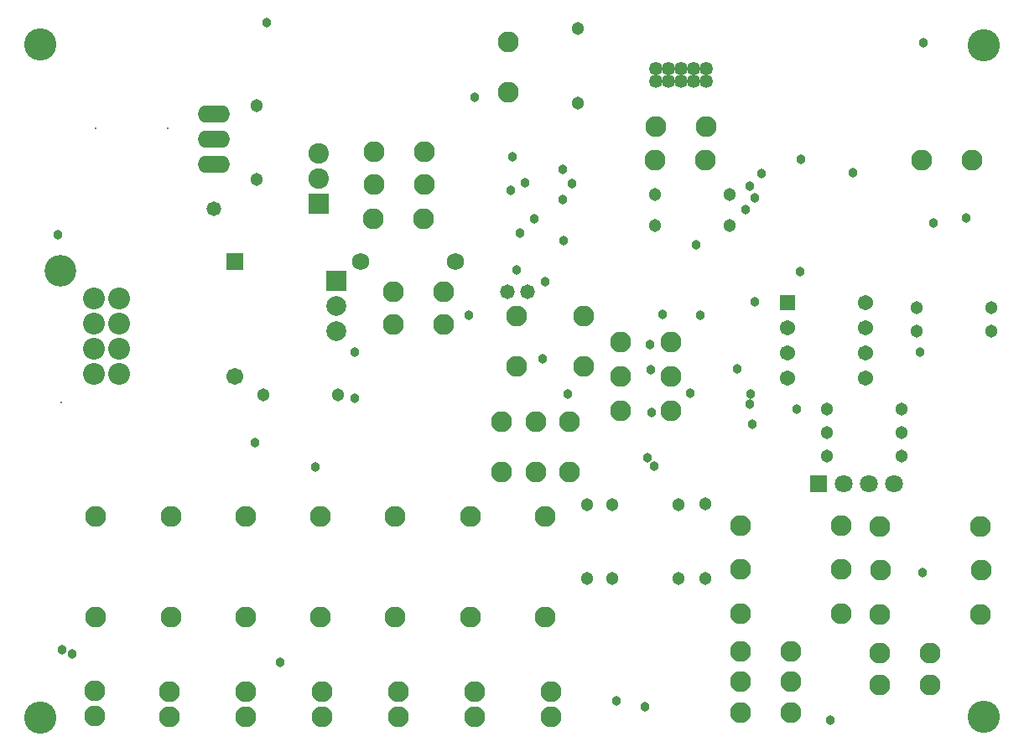
<source format=gbs>
G04*
G04 #@! TF.GenerationSoftware,Altium Limited,Altium Designer,21.0.8 (223)*
G04*
G04 Layer_Color=16711935*
%FSAX25Y25*%
%MOIN*%
G70*
G04*
G04 #@! TF.SameCoordinates,E9B5AFCA-11DB-46D5-B1A1-4708AB9E7353*
G04*
G04*
G04 #@! TF.FilePolarity,Negative*
G04*
G01*
G75*
%ADD25C,0.00000*%
%ADD34C,0.08674*%
%ADD35C,0.00800*%
%ADD36C,0.12611*%
%ADD37C,0.08123*%
%ADD38R,0.08123X0.08123*%
%ADD39R,0.07887X0.07887*%
%ADD40C,0.07887*%
%ADD41R,0.06068X0.06068*%
%ADD42C,0.06068*%
%ADD43C,0.05131*%
%ADD44C,0.08300*%
%ADD45O,0.12800X0.06800*%
%ADD46C,0.07099*%
%ADD47R,0.07099X0.07099*%
%ADD48C,0.05300*%
%ADD49C,0.06902*%
%ADD50R,0.06706X0.06706*%
%ADD51C,0.06706*%
%ADD52C,0.03800*%
%ADD53C,0.05800*%
%ADD54C,0.12800*%
D25*
X0390549Y0370300D02*
G03*
X0390549Y0370300I-0002449J0000000D01*
G01*
Y0365300D02*
G03*
X0390549Y0365300I-0002449J0000000D01*
G01*
X0385549Y0370300D02*
G03*
X0385549Y0370300I-0002449J0000000D01*
G01*
Y0365300D02*
G03*
X0385549Y0365300I-0002449J0000000D01*
G01*
X0380549Y0370300D02*
G03*
X0380549Y0370300I-0002449J0000000D01*
G01*
Y0365300D02*
G03*
X0380549Y0365300I-0002449J0000000D01*
G01*
X0375549Y0370300D02*
G03*
X0375549Y0370300I-0002449J0000000D01*
G01*
Y0365300D02*
G03*
X0375549Y0365300I-0002449J0000000D01*
G01*
X0370549Y0370300D02*
G03*
X0370549Y0370300I-0002449J0000000D01*
G01*
Y0365300D02*
G03*
X0370549Y0365300I-0002449J0000000D01*
G01*
D34*
X0154800Y0278900D02*
D03*
Y0268900D02*
D03*
Y0258900D02*
D03*
Y0248900D02*
D03*
X0144800D02*
D03*
Y0258900D02*
D03*
Y0268900D02*
D03*
Y0278900D02*
D03*
D35*
X0131800Y0237400D02*
D03*
X0174000Y0346500D02*
D03*
X0145260D02*
D03*
D36*
X0131300Y0289900D02*
D03*
D37*
X0234000Y0336500D02*
D03*
Y0326500D02*
D03*
D38*
Y0316500D02*
D03*
D39*
X0241000Y0285700D02*
D03*
D40*
Y0275700D02*
D03*
Y0265700D02*
D03*
D41*
X0420400Y0277100D02*
D03*
D42*
Y0267100D02*
D03*
Y0257100D02*
D03*
Y0247100D02*
D03*
X0451400D02*
D03*
Y0257100D02*
D03*
Y0267100D02*
D03*
Y0277100D02*
D03*
D43*
X0209500Y0355500D02*
D03*
Y0326000D02*
D03*
X0241700Y0240500D02*
D03*
X0212200D02*
D03*
X0340900Y0196900D02*
D03*
Y0167400D02*
D03*
X0350600D02*
D03*
Y0196900D02*
D03*
X0387600Y0197000D02*
D03*
Y0167500D02*
D03*
X0337000Y0386000D02*
D03*
Y0356500D02*
D03*
X0397400Y0320000D02*
D03*
X0367900D02*
D03*
X0377200Y0167400D02*
D03*
Y0196900D02*
D03*
X0397300Y0307700D02*
D03*
X0367800D02*
D03*
X0501400Y0265700D02*
D03*
X0471900D02*
D03*
X0501400Y0275200D02*
D03*
X0471900D02*
D03*
X0465700Y0225500D02*
D03*
X0436200D02*
D03*
X0465700Y0234900D02*
D03*
X0436200D02*
D03*
X0465700Y0216100D02*
D03*
X0436200D02*
D03*
D44*
X0324000Y0152000D02*
D03*
Y0192000D02*
D03*
X0497200Y0188100D02*
D03*
X0457200D02*
D03*
X0401600Y0188600D02*
D03*
X0441600D02*
D03*
X0457000Y0153000D02*
D03*
X0497000D02*
D03*
X0457000Y0125200D02*
D03*
X0477000D02*
D03*
X0477100Y0137700D02*
D03*
X0457100D02*
D03*
X0457300Y0170700D02*
D03*
X0497300D02*
D03*
X0441600Y0153600D02*
D03*
X0401600D02*
D03*
Y0171100D02*
D03*
X0441600D02*
D03*
X0421900Y0126350D02*
D03*
X0401900D02*
D03*
Y0138600D02*
D03*
X0421900D02*
D03*
X0401900Y0114100D02*
D03*
X0421900D02*
D03*
X0368200Y0347300D02*
D03*
X0388200D02*
D03*
X0339264Y0271823D02*
D03*
Y0251823D02*
D03*
X0312764Y0271823D02*
D03*
Y0251823D02*
D03*
X0374200Y0261350D02*
D03*
X0354200D02*
D03*
X0333600Y0209700D02*
D03*
Y0229700D02*
D03*
X0283700Y0281500D02*
D03*
X0263700D02*
D03*
X0263600Y0268500D02*
D03*
X0283600D02*
D03*
X0320250Y0229700D02*
D03*
Y0209700D02*
D03*
X0306900Y0229700D02*
D03*
Y0209700D02*
D03*
X0145100Y0122900D02*
D03*
Y0112900D02*
D03*
X0354200Y0247825D02*
D03*
X0374200D02*
D03*
X0354200Y0234300D02*
D03*
X0374200D02*
D03*
X0255764Y0310323D02*
D03*
X0275764D02*
D03*
X0309264Y0380823D02*
D03*
Y0360823D02*
D03*
X0387764Y0333823D02*
D03*
X0367764D02*
D03*
X0493764D02*
D03*
X0473764D02*
D03*
X0256000Y0337000D02*
D03*
X0276000D02*
D03*
X0256000Y0324000D02*
D03*
X0276000D02*
D03*
X0326500Y0112500D02*
D03*
Y0122500D02*
D03*
X0296167Y0112500D02*
D03*
Y0122500D02*
D03*
X0265833Y0112500D02*
D03*
Y0122500D02*
D03*
X0235500Y0112500D02*
D03*
Y0122500D02*
D03*
X0205167Y0112500D02*
D03*
Y0122500D02*
D03*
X0174833Y0112500D02*
D03*
Y0122500D02*
D03*
X0145500Y0192000D02*
D03*
Y0152000D02*
D03*
X0175250Y0192000D02*
D03*
Y0152000D02*
D03*
X0205000Y0192000D02*
D03*
Y0152000D02*
D03*
X0234750Y0192000D02*
D03*
Y0152000D02*
D03*
X0264500Y0192000D02*
D03*
Y0152000D02*
D03*
X0294250Y0192000D02*
D03*
Y0152000D02*
D03*
D45*
X0192500Y0352000D02*
D03*
Y0342000D02*
D03*
Y0332000D02*
D03*
D46*
X0462600Y0205200D02*
D03*
X0452600D02*
D03*
X0442600D02*
D03*
D47*
X0432600D02*
D03*
D48*
X0368100Y0365300D02*
D03*
Y0370300D02*
D03*
X0373100Y0365300D02*
D03*
Y0370300D02*
D03*
X0378100Y0365300D02*
D03*
Y0370300D02*
D03*
X0383100Y0365300D02*
D03*
Y0370300D02*
D03*
X0388100Y0365300D02*
D03*
Y0370300D02*
D03*
D49*
X0250820Y0293400D02*
D03*
X0288380D02*
D03*
D50*
X0200900Y0293533D02*
D03*
D51*
Y0247667D02*
D03*
D52*
X0403700Y0314223D02*
D03*
X0474500Y0380500D02*
D03*
X0132000Y0139000D02*
D03*
X0136000Y0137500D02*
D03*
X0474200Y0169700D02*
D03*
X0130500Y0304000D02*
D03*
X0213500Y0388500D02*
D03*
X0316100Y0324673D02*
D03*
X0324000Y0285600D02*
D03*
X0331400Y0301900D02*
D03*
X0331100Y0318000D02*
D03*
X0331000Y0330300D02*
D03*
X0365900Y0260400D02*
D03*
X0405330Y0236670D02*
D03*
X0405500Y0323500D02*
D03*
X0293600Y0272000D02*
D03*
X0314100Y0304700D02*
D03*
X0323100Y0254800D02*
D03*
X0333000Y0240800D02*
D03*
X0364800Y0215450D02*
D03*
X0370800Y0272400D02*
D03*
X0381768Y0241300D02*
D03*
X0385900Y0272100D02*
D03*
X0405668Y0240874D02*
D03*
X0410100Y0328600D02*
D03*
X0208800Y0221441D02*
D03*
X0232600Y0211700D02*
D03*
X0312800Y0290000D02*
D03*
X0334900Y0324400D02*
D03*
X0367400Y0212200D02*
D03*
X0366100Y0250600D02*
D03*
X0384100Y0300100D02*
D03*
X0406482Y0228969D02*
D03*
X0400300Y0250800D02*
D03*
X0407400Y0277600D02*
D03*
X0424168Y0234874D02*
D03*
X0425811Y0334011D02*
D03*
X0248300Y0257400D02*
D03*
X0248500Y0239100D02*
D03*
X0310264Y0321823D02*
D03*
X0319639Y0310539D02*
D03*
X0311000Y0335100D02*
D03*
X0296100Y0358700D02*
D03*
X0366300Y0233600D02*
D03*
X0407500Y0318700D02*
D03*
X0425264Y0289323D02*
D03*
X0446300Y0328700D02*
D03*
X0473107Y0257607D02*
D03*
X0491400Y0310782D02*
D03*
X0478400Y0308800D02*
D03*
X0437400Y0111100D02*
D03*
X0352300Y0118700D02*
D03*
X0363800Y0116400D02*
D03*
X0218900Y0134300D02*
D03*
D53*
X0192453Y0314418D02*
D03*
X0309000Y0281450D02*
D03*
X0317000D02*
D03*
D54*
X0123500Y0379700D02*
D03*
X0498500Y0379500D02*
D03*
Y0112500D02*
D03*
X0123500Y0112000D02*
D03*
M02*

</source>
